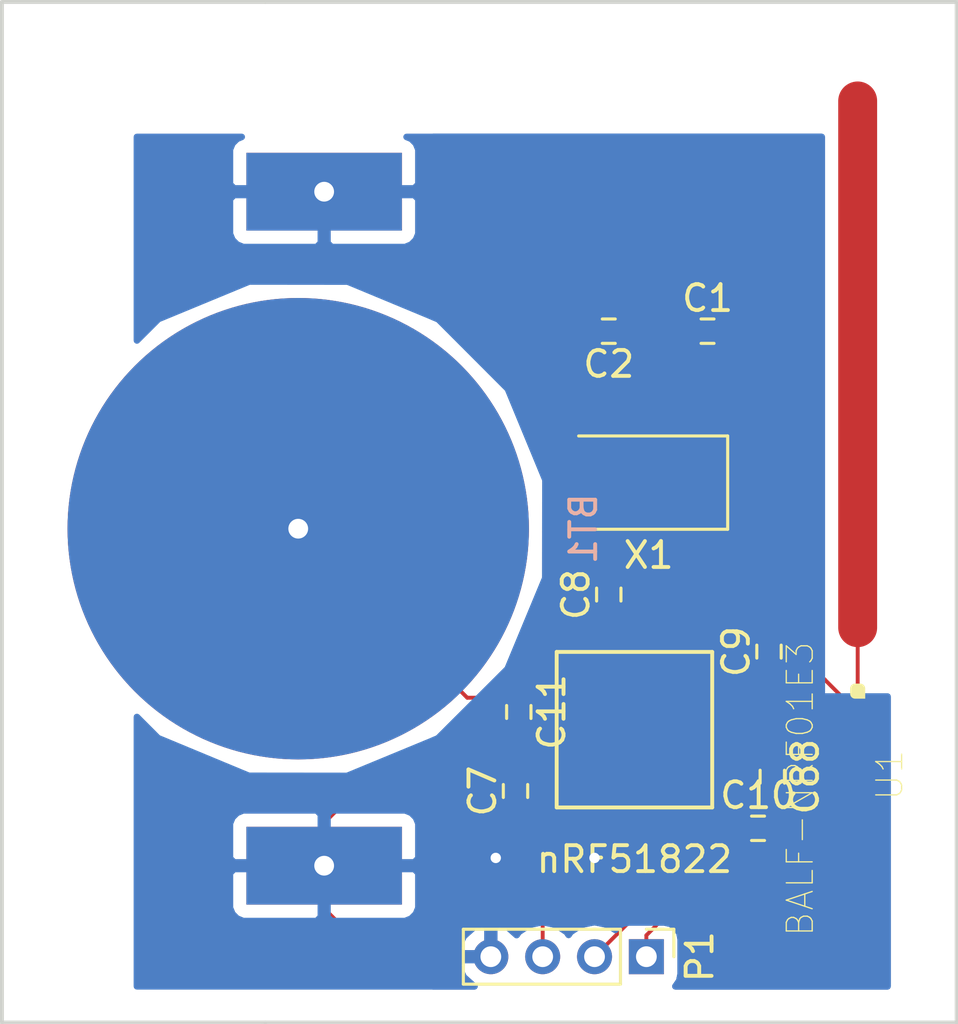
<source format=kicad_pcb>
(kicad_pcb (version 4) (host pcbnew 4.0.5)

  (general
    (links 34)
    (no_connects 4)
    (area 105.334999 98.984999 142.315001 138.505001)
    (thickness 1.6)
    (drawings 6)
    (tracks 93)
    (zones 0)
    (modules 13)
    (nets 12)
  )

  (page A4)
  (layers
    (0 F.Cu signal)
    (31 B.Cu signal hide)
    (32 B.Adhes user)
    (33 F.Adhes user)
    (34 B.Paste user)
    (35 F.Paste user)
    (36 B.SilkS user)
    (37 F.SilkS user)
    (38 B.Mask user)
    (39 F.Mask user)
    (40 Dwgs.User user)
    (41 Cmts.User user)
    (42 Eco1.User user)
    (43 Eco2.User user)
    (44 Edge.Cuts user)
    (45 Margin user)
    (46 B.CrtYd user)
    (47 F.CrtYd user)
    (48 B.Fab user)
    (49 F.Fab user hide)
  )

  (setup
    (last_trace_width 0.15)
    (trace_clearance 0.2)
    (zone_clearance 0.508)
    (zone_45_only no)
    (trace_min 0.0254)
    (segment_width 0.2)
    (edge_width 0.15)
    (via_size 0.6)
    (via_drill 0.4)
    (via_min_size 0.4)
    (via_min_drill 0.3)
    (uvia_size 0.3)
    (uvia_drill 0.1)
    (uvias_allowed no)
    (uvia_min_size 0.2)
    (uvia_min_drill 0.1)
    (pcb_text_width 0.3)
    (pcb_text_size 1.5 1.5)
    (mod_edge_width 0.15)
    (mod_text_size 1 1)
    (mod_text_width 0.15)
    (pad_size 1.524 1.524)
    (pad_drill 0.762)
    (pad_to_mask_clearance 0.2)
    (aux_axis_origin 0 0)
    (visible_elements FFFFFF7F)
    (pcbplotparams
      (layerselection 0x00030_80000001)
      (usegerberextensions false)
      (excludeedgelayer true)
      (linewidth 0.100000)
      (plotframeref false)
      (viasonmask false)
      (mode 1)
      (useauxorigin false)
      (hpglpennumber 1)
      (hpglpenspeed 20)
      (hpglpendiameter 15)
      (hpglpenoverlay 2)
      (psnegative false)
      (psa4output false)
      (plotreference true)
      (plotvalue true)
      (plotinvisibletext false)
      (padsonsilk false)
      (subtractmaskfromsilk false)
      (outputformat 1)
      (mirror false)
      (drillshape 1)
      (scaleselection 1)
      (outputdirectory ""))
  )

  (net 0 "")
  (net 1 VCC)
  (net 2 GND)
  (net 3 "Net-(C1-Pad2)")
  (net 4 "Net-(C2-Pad2)")
  (net 5 "Net-(C8-Pad1)")
  (net 6 "Net-(C10-Pad1)")
  (net 7 "Net-(C88-Pad1)")
  (net 8 "Net-(P1-Pad2)")
  (net 9 "Net-(P1-Pad1)")
  (net 10 "Net-(U1-Pad4)")
  (net 11 "Net-(U1-Pad3)")

  (net_class Default "Esta é a classe de net default."
    (clearance 0.2)
    (trace_width 0.15)
    (via_dia 0.6)
    (via_drill 0.4)
    (uvia_dia 0.3)
    (uvia_drill 0.1)
    (add_net GND)
    (add_net "Net-(C1-Pad2)")
    (add_net "Net-(C10-Pad1)")
    (add_net "Net-(C2-Pad2)")
    (add_net "Net-(C8-Pad1)")
    (add_net "Net-(C88-Pad1)")
    (add_net "Net-(P1-Pad1)")
    (add_net "Net-(P1-Pad2)")
    (add_net "Net-(U1-Pad3)")
    (add_net "Net-(U1-Pad4)")
    (add_net VCC)
  )

  (module nrf51822:cr2032_bat_holder (layer B.Cu) (tedit 592B38B1) (tstamp 592B46D8)
    (at 116.84 119.38 270)
    (path /59275B2B)
    (fp_text reference BT1 (at 0 -11 270) (layer B.SilkS)
      (effects (font (size 1 1) (thickness 0.15)) (justify mirror))
    )
    (fp_text value Battery (at 0 11 270) (layer B.Fab)
      (effects (font (size 1 1) (thickness 0.15)) (justify mirror))
    )
    (pad 1 thru_hole circle (at 0 0 270) (size 17.8 17.8) (drill 0.762) (layers *.Cu B.Paste B.Mask)
      (net 1 VCC))
    (pad 2 thru_hole rect (at -13 -1 270) (size 3 6) (drill 0.762) (layers *.Cu B.Paste B.Mask)
      (net 2 GND))
    (pad 2 thru_hole rect (at 13 -1 270) (size 3 6) (drill 0.762) (layers *.Cu B.Paste B.Mask)
      (net 2 GND))
  )

  (module Capacitors_SMD:C_0402 (layer F.Cu) (tedit 58AA841A) (tstamp 592B46DE)
    (at 132.63 111.76)
    (descr "Capacitor SMD 0402, reflow soldering, AVX (see smccp.pdf)")
    (tags "capacitor 0402")
    (path /5926CB56)
    (attr smd)
    (fp_text reference C1 (at 0 -1.27) (layer F.SilkS)
      (effects (font (size 1 1) (thickness 0.15)))
    )
    (fp_text value C_Small (at 0 1.27) (layer F.Fab)
      (effects (font (size 1 1) (thickness 0.15)))
    )
    (fp_text user %R (at 0 -1.27) (layer F.Fab)
      (effects (font (size 1 1) (thickness 0.15)))
    )
    (fp_line (start -0.5 0.25) (end -0.5 -0.25) (layer F.Fab) (width 0.1))
    (fp_line (start 0.5 0.25) (end -0.5 0.25) (layer F.Fab) (width 0.1))
    (fp_line (start 0.5 -0.25) (end 0.5 0.25) (layer F.Fab) (width 0.1))
    (fp_line (start -0.5 -0.25) (end 0.5 -0.25) (layer F.Fab) (width 0.1))
    (fp_line (start 0.25 -0.47) (end -0.25 -0.47) (layer F.SilkS) (width 0.12))
    (fp_line (start -0.25 0.47) (end 0.25 0.47) (layer F.SilkS) (width 0.12))
    (fp_line (start -1 -0.4) (end 1 -0.4) (layer F.CrtYd) (width 0.05))
    (fp_line (start -1 -0.4) (end -1 0.4) (layer F.CrtYd) (width 0.05))
    (fp_line (start 1 0.4) (end 1 -0.4) (layer F.CrtYd) (width 0.05))
    (fp_line (start 1 0.4) (end -1 0.4) (layer F.CrtYd) (width 0.05))
    (pad 1 smd rect (at -0.55 0) (size 0.6 0.5) (layers F.Cu F.Paste F.Mask)
      (net 2 GND))
    (pad 2 smd rect (at 0.55 0) (size 0.6 0.5) (layers F.Cu F.Paste F.Mask)
      (net 3 "Net-(C1-Pad2)"))
    (model Capacitors_SMD.3dshapes/C_0402.wrl
      (at (xyz 0 0 0))
      (scale (xyz 1 1 1))
      (rotate (xyz 0 0 0))
    )
  )

  (module Capacitors_SMD:C_0402 (layer F.Cu) (tedit 58AA841A) (tstamp 592B46E4)
    (at 128.82 111.76 180)
    (descr "Capacitor SMD 0402, reflow soldering, AVX (see smccp.pdf)")
    (tags "capacitor 0402")
    (path /5926CAEB)
    (attr smd)
    (fp_text reference C2 (at 0 -1.27 180) (layer F.SilkS)
      (effects (font (size 1 1) (thickness 0.15)))
    )
    (fp_text value C_Small (at 0 1.27 180) (layer F.Fab)
      (effects (font (size 1 1) (thickness 0.15)))
    )
    (fp_text user %R (at 0 -1.27 180) (layer F.Fab)
      (effects (font (size 1 1) (thickness 0.15)))
    )
    (fp_line (start -0.5 0.25) (end -0.5 -0.25) (layer F.Fab) (width 0.1))
    (fp_line (start 0.5 0.25) (end -0.5 0.25) (layer F.Fab) (width 0.1))
    (fp_line (start 0.5 -0.25) (end 0.5 0.25) (layer F.Fab) (width 0.1))
    (fp_line (start -0.5 -0.25) (end 0.5 -0.25) (layer F.Fab) (width 0.1))
    (fp_line (start 0.25 -0.47) (end -0.25 -0.47) (layer F.SilkS) (width 0.12))
    (fp_line (start -0.25 0.47) (end 0.25 0.47) (layer F.SilkS) (width 0.12))
    (fp_line (start -1 -0.4) (end 1 -0.4) (layer F.CrtYd) (width 0.05))
    (fp_line (start -1 -0.4) (end -1 0.4) (layer F.CrtYd) (width 0.05))
    (fp_line (start 1 0.4) (end 1 -0.4) (layer F.CrtYd) (width 0.05))
    (fp_line (start 1 0.4) (end -1 0.4) (layer F.CrtYd) (width 0.05))
    (pad 1 smd rect (at -0.55 0 180) (size 0.6 0.5) (layers F.Cu F.Paste F.Mask)
      (net 2 GND))
    (pad 2 smd rect (at 0.55 0 180) (size 0.6 0.5) (layers F.Cu F.Paste F.Mask)
      (net 4 "Net-(C2-Pad2)"))
    (model Capacitors_SMD.3dshapes/C_0402.wrl
      (at (xyz 0 0 0))
      (scale (xyz 1 1 1))
      (rotate (xyz 0 0 0))
    )
  )

  (module Capacitors_SMD:C_0402 (layer F.Cu) (tedit 58AA841A) (tstamp 592B46EA)
    (at 125.222 129.498 90)
    (descr "Capacitor SMD 0402, reflow soldering, AVX (see smccp.pdf)")
    (tags "capacitor 0402")
    (path /5926237A)
    (attr smd)
    (fp_text reference C7 (at 0 -1.27 90) (layer F.SilkS)
      (effects (font (size 1 1) (thickness 0.15)))
    )
    (fp_text value C_Small (at 0 1.27 90) (layer F.Fab)
      (effects (font (size 1 1) (thickness 0.15)))
    )
    (fp_text user %R (at 0 -1.27 90) (layer F.Fab)
      (effects (font (size 1 1) (thickness 0.15)))
    )
    (fp_line (start -0.5 0.25) (end -0.5 -0.25) (layer F.Fab) (width 0.1))
    (fp_line (start 0.5 0.25) (end -0.5 0.25) (layer F.Fab) (width 0.1))
    (fp_line (start 0.5 -0.25) (end 0.5 0.25) (layer F.Fab) (width 0.1))
    (fp_line (start -0.5 -0.25) (end 0.5 -0.25) (layer F.Fab) (width 0.1))
    (fp_line (start 0.25 -0.47) (end -0.25 -0.47) (layer F.SilkS) (width 0.12))
    (fp_line (start -0.25 0.47) (end 0.25 0.47) (layer F.SilkS) (width 0.12))
    (fp_line (start -1 -0.4) (end 1 -0.4) (layer F.CrtYd) (width 0.05))
    (fp_line (start -1 -0.4) (end -1 0.4) (layer F.CrtYd) (width 0.05))
    (fp_line (start 1 0.4) (end 1 -0.4) (layer F.CrtYd) (width 0.05))
    (fp_line (start 1 0.4) (end -1 0.4) (layer F.CrtYd) (width 0.05))
    (pad 1 smd rect (at -0.55 0 90) (size 0.6 0.5) (layers F.Cu F.Paste F.Mask)
      (net 2 GND))
    (pad 2 smd rect (at 0.55 0 90) (size 0.6 0.5) (layers F.Cu F.Paste F.Mask)
      (net 1 VCC))
    (model Capacitors_SMD.3dshapes/C_0402.wrl
      (at (xyz 0 0 0))
      (scale (xyz 1 1 1))
      (rotate (xyz 0 0 0))
    )
  )

  (module Capacitors_SMD:C_0402 (layer F.Cu) (tedit 58AA841A) (tstamp 592B46F0)
    (at 128.82 121.92 90)
    (descr "Capacitor SMD 0402, reflow soldering, AVX (see smccp.pdf)")
    (tags "capacitor 0402")
    (path /5926D284)
    (attr smd)
    (fp_text reference C8 (at 0 -1.27 90) (layer F.SilkS)
      (effects (font (size 1 1) (thickness 0.15)))
    )
    (fp_text value C_Small (at 0 1.27 90) (layer F.Fab)
      (effects (font (size 1 1) (thickness 0.15)))
    )
    (fp_text user %R (at 0 -1.27 90) (layer F.Fab)
      (effects (font (size 1 1) (thickness 0.15)))
    )
    (fp_line (start -0.5 0.25) (end -0.5 -0.25) (layer F.Fab) (width 0.1))
    (fp_line (start 0.5 0.25) (end -0.5 0.25) (layer F.Fab) (width 0.1))
    (fp_line (start 0.5 -0.25) (end 0.5 0.25) (layer F.Fab) (width 0.1))
    (fp_line (start -0.5 -0.25) (end 0.5 -0.25) (layer F.Fab) (width 0.1))
    (fp_line (start 0.25 -0.47) (end -0.25 -0.47) (layer F.SilkS) (width 0.12))
    (fp_line (start -0.25 0.47) (end 0.25 0.47) (layer F.SilkS) (width 0.12))
    (fp_line (start -1 -0.4) (end 1 -0.4) (layer F.CrtYd) (width 0.05))
    (fp_line (start -1 -0.4) (end -1 0.4) (layer F.CrtYd) (width 0.05))
    (fp_line (start 1 0.4) (end 1 -0.4) (layer F.CrtYd) (width 0.05))
    (fp_line (start 1 0.4) (end -1 0.4) (layer F.CrtYd) (width 0.05))
    (pad 1 smd rect (at -0.55 0 90) (size 0.6 0.5) (layers F.Cu F.Paste F.Mask)
      (net 5 "Net-(C8-Pad1)"))
    (pad 2 smd rect (at 0.55 0 90) (size 0.6 0.5) (layers F.Cu F.Paste F.Mask)
      (net 2 GND))
    (model Capacitors_SMD.3dshapes/C_0402.wrl
      (at (xyz 0 0 0))
      (scale (xyz 1 1 1))
      (rotate (xyz 0 0 0))
    )
  )

  (module Capacitors_SMD:C_0402 (layer F.Cu) (tedit 58AA841A) (tstamp 592B46F6)
    (at 135.001 124.121 90)
    (descr "Capacitor SMD 0402, reflow soldering, AVX (see smccp.pdf)")
    (tags "capacitor 0402")
    (path /59263F78)
    (attr smd)
    (fp_text reference C9 (at 0 -1.27 90) (layer F.SilkS)
      (effects (font (size 1 1) (thickness 0.15)))
    )
    (fp_text value C_Small (at 0 1.27 90) (layer F.Fab)
      (effects (font (size 1 1) (thickness 0.15)))
    )
    (fp_text user %R (at 0 -1.27 90) (layer F.Fab)
      (effects (font (size 1 1) (thickness 0.15)))
    )
    (fp_line (start -0.5 0.25) (end -0.5 -0.25) (layer F.Fab) (width 0.1))
    (fp_line (start 0.5 0.25) (end -0.5 0.25) (layer F.Fab) (width 0.1))
    (fp_line (start 0.5 -0.25) (end 0.5 0.25) (layer F.Fab) (width 0.1))
    (fp_line (start -0.5 -0.25) (end 0.5 -0.25) (layer F.Fab) (width 0.1))
    (fp_line (start 0.25 -0.47) (end -0.25 -0.47) (layer F.SilkS) (width 0.12))
    (fp_line (start -0.25 0.47) (end 0.25 0.47) (layer F.SilkS) (width 0.12))
    (fp_line (start -1 -0.4) (end 1 -0.4) (layer F.CrtYd) (width 0.05))
    (fp_line (start -1 -0.4) (end -1 0.4) (layer F.CrtYd) (width 0.05))
    (fp_line (start 1 0.4) (end 1 -0.4) (layer F.CrtYd) (width 0.05))
    (fp_line (start 1 0.4) (end -1 0.4) (layer F.CrtYd) (width 0.05))
    (pad 1 smd rect (at -0.55 0 90) (size 0.6 0.5) (layers F.Cu F.Paste F.Mask)
      (net 1 VCC))
    (pad 2 smd rect (at 0.55 0 90) (size 0.6 0.5) (layers F.Cu F.Paste F.Mask)
      (net 2 GND))
    (model Capacitors_SMD.3dshapes/C_0402.wrl
      (at (xyz 0 0 0))
      (scale (xyz 1 1 1))
      (rotate (xyz 0 0 0))
    )
  )

  (module Capacitors_SMD:C_0402 (layer F.Cu) (tedit 58AA841A) (tstamp 592B46FC)
    (at 134.578 130.937)
    (descr "Capacitor SMD 0402, reflow soldering, AVX (see smccp.pdf)")
    (tags "capacitor 0402")
    (path /59262E37)
    (attr smd)
    (fp_text reference C10 (at 0 -1.27) (layer F.SilkS)
      (effects (font (size 1 1) (thickness 0.15)))
    )
    (fp_text value C_Small (at 0 1.27) (layer F.Fab)
      (effects (font (size 1 1) (thickness 0.15)))
    )
    (fp_text user %R (at 0 -1.27) (layer F.Fab)
      (effects (font (size 1 1) (thickness 0.15)))
    )
    (fp_line (start -0.5 0.25) (end -0.5 -0.25) (layer F.Fab) (width 0.1))
    (fp_line (start 0.5 0.25) (end -0.5 0.25) (layer F.Fab) (width 0.1))
    (fp_line (start 0.5 -0.25) (end 0.5 0.25) (layer F.Fab) (width 0.1))
    (fp_line (start -0.5 -0.25) (end 0.5 -0.25) (layer F.Fab) (width 0.1))
    (fp_line (start 0.25 -0.47) (end -0.25 -0.47) (layer F.SilkS) (width 0.12))
    (fp_line (start -0.25 0.47) (end 0.25 0.47) (layer F.SilkS) (width 0.12))
    (fp_line (start -1 -0.4) (end 1 -0.4) (layer F.CrtYd) (width 0.05))
    (fp_line (start -1 -0.4) (end -1 0.4) (layer F.CrtYd) (width 0.05))
    (fp_line (start 1 0.4) (end 1 -0.4) (layer F.CrtYd) (width 0.05))
    (fp_line (start 1 0.4) (end -1 0.4) (layer F.CrtYd) (width 0.05))
    (pad 1 smd rect (at -0.55 0) (size 0.6 0.5) (layers F.Cu F.Paste F.Mask)
      (net 6 "Net-(C10-Pad1)"))
    (pad 2 smd rect (at 0.55 0) (size 0.6 0.5) (layers F.Cu F.Paste F.Mask)
      (net 2 GND))
    (model Capacitors_SMD.3dshapes/C_0402.wrl
      (at (xyz 0 0 0))
      (scale (xyz 1 1 1))
      (rotate (xyz 0 0 0))
    )
  )

  (module Capacitors_SMD:C_0402 (layer F.Cu) (tedit 58AA841A) (tstamp 592B4702)
    (at 125.349 126.45 270)
    (descr "Capacitor SMD 0402, reflow soldering, AVX (see smccp.pdf)")
    (tags "capacitor 0402")
    (path /592628AF)
    (attr smd)
    (fp_text reference C11 (at 0 -1.27 270) (layer F.SilkS)
      (effects (font (size 1 1) (thickness 0.15)))
    )
    (fp_text value C_Small (at 0 1.27 270) (layer F.Fab)
      (effects (font (size 1 1) (thickness 0.15)))
    )
    (fp_text user %R (at 0 -1.27 270) (layer F.Fab)
      (effects (font (size 1 1) (thickness 0.15)))
    )
    (fp_line (start -0.5 0.25) (end -0.5 -0.25) (layer F.Fab) (width 0.1))
    (fp_line (start 0.5 0.25) (end -0.5 0.25) (layer F.Fab) (width 0.1))
    (fp_line (start 0.5 -0.25) (end 0.5 0.25) (layer F.Fab) (width 0.1))
    (fp_line (start -0.5 -0.25) (end 0.5 -0.25) (layer F.Fab) (width 0.1))
    (fp_line (start 0.25 -0.47) (end -0.25 -0.47) (layer F.SilkS) (width 0.12))
    (fp_line (start -0.25 0.47) (end 0.25 0.47) (layer F.SilkS) (width 0.12))
    (fp_line (start -1 -0.4) (end 1 -0.4) (layer F.CrtYd) (width 0.05))
    (fp_line (start -1 -0.4) (end -1 0.4) (layer F.CrtYd) (width 0.05))
    (fp_line (start 1 0.4) (end 1 -0.4) (layer F.CrtYd) (width 0.05))
    (fp_line (start 1 0.4) (end -1 0.4) (layer F.CrtYd) (width 0.05))
    (pad 1 smd rect (at -0.55 0 270) (size 0.6 0.5) (layers F.Cu F.Paste F.Mask)
      (net 1 VCC))
    (pad 2 smd rect (at 0.55 0 270) (size 0.6 0.5) (layers F.Cu F.Paste F.Mask)
      (net 2 GND))
    (model Capacitors_SMD.3dshapes/C_0402.wrl
      (at (xyz 0 0 0))
      (scale (xyz 1 1 1))
      (rotate (xyz 0 0 0))
    )
  )

  (module Capacitors_SMD:C_0402 (layer F.Cu) (tedit 58AA841A) (tstamp 592B4708)
    (at 135.128 128.947 270)
    (descr "Capacitor SMD 0402, reflow soldering, AVX (see smccp.pdf)")
    (tags "capacitor 0402")
    (path /59262F55)
    (attr smd)
    (fp_text reference C88 (at 0 -1.27 270) (layer F.SilkS)
      (effects (font (size 1 1) (thickness 0.15)))
    )
    (fp_text value C_Small (at 0 1.27 270) (layer F.Fab)
      (effects (font (size 1 1) (thickness 0.15)))
    )
    (fp_text user %R (at 0 -1.27 270) (layer F.Fab)
      (effects (font (size 1 1) (thickness 0.15)))
    )
    (fp_line (start -0.5 0.25) (end -0.5 -0.25) (layer F.Fab) (width 0.1))
    (fp_line (start 0.5 0.25) (end -0.5 0.25) (layer F.Fab) (width 0.1))
    (fp_line (start 0.5 -0.25) (end 0.5 0.25) (layer F.Fab) (width 0.1))
    (fp_line (start -0.5 -0.25) (end 0.5 -0.25) (layer F.Fab) (width 0.1))
    (fp_line (start 0.25 -0.47) (end -0.25 -0.47) (layer F.SilkS) (width 0.12))
    (fp_line (start -0.25 0.47) (end 0.25 0.47) (layer F.SilkS) (width 0.12))
    (fp_line (start -1 -0.4) (end 1 -0.4) (layer F.CrtYd) (width 0.05))
    (fp_line (start -1 -0.4) (end -1 0.4) (layer F.CrtYd) (width 0.05))
    (fp_line (start 1 0.4) (end 1 -0.4) (layer F.CrtYd) (width 0.05))
    (fp_line (start 1 0.4) (end -1 0.4) (layer F.CrtYd) (width 0.05))
    (pad 1 smd rect (at -0.55 0 270) (size 0.6 0.5) (layers F.Cu F.Paste F.Mask)
      (net 7 "Net-(C88-Pad1)"))
    (pad 2 smd rect (at 0.55 0 270) (size 0.6 0.5) (layers F.Cu F.Paste F.Mask)
      (net 2 GND))
    (model Capacitors_SMD.3dshapes/C_0402.wrl
      (at (xyz 0 0 0))
      (scale (xyz 1 1 1))
      (rotate (xyz 0 0 0))
    )
  )

  (module nrf51822:nRF51822 (layer F.Cu) (tedit 5928B55F) (tstamp 592B473C)
    (at 129.81 127.133)
    (path /5926221C)
    (fp_text reference nRF51822 (at 0 5) (layer F.SilkS)
      (effects (font (size 1 1) (thickness 0.15)))
    )
    (fp_text value nRF51822 (at 0 -4) (layer F.Fab)
      (effects (font (size 1 1) (thickness 0.15)))
    )
    (fp_line (start -3 3) (end -3 -3) (layer F.SilkS) (width 0.15))
    (fp_line (start 3 3) (end -3 3) (layer F.SilkS) (width 0.15))
    (fp_line (start 3 -3) (end 3 3) (layer F.SilkS) (width 0.15))
    (fp_line (start -3 -3) (end 3 -3) (layer F.SilkS) (width 0.15))
    (pad 1 smd oval (at -2.8 -2.2 90) (size 0.2 0.4) (layers F.Cu F.Paste F.Mask)
      (net 1 VCC))
    (pad 2 smd oval (at -2.8 -1.8 90) (size 0.2 0.4) (layers F.Cu F.Paste F.Mask))
    (pad 3 smd oval (at -2.8 -1.4 90) (size 0.2 0.4) (layers F.Cu F.Paste F.Mask))
    (pad 4 smd oval (at -2.8 -1 90) (size 0.2 0.4) (layers F.Cu F.Paste F.Mask))
    (pad 5 smd oval (at -2.8 -0.6 90) (size 0.2 0.4) (layers F.Cu F.Paste F.Mask))
    (pad 6 smd oval (at -2.8 -0.2 90) (size 0.2 0.4) (layers F.Cu F.Paste F.Mask))
    (pad 7 smd oval (at -2.8 0.2 270) (size 0.2 0.4) (layers F.Cu F.Paste F.Mask))
    (pad 8 smd oval (at -2.8 0.6 90) (size 0.2 0.4) (layers F.Cu F.Paste F.Mask))
    (pad 9 smd oval (at -2.8 1 90) (size 0.2 0.4) (layers F.Cu F.Paste F.Mask))
    (pad 10 smd oval (at -2.8 1.4 90) (size 0.2 0.4) (layers F.Cu F.Paste F.Mask))
    (pad 11 smd oval (at -2.8 1.8 90) (size 0.2 0.4) (layers F.Cu F.Paste F.Mask))
    (pad 12 smd oval (at -2.8 2.2 90) (size 0.2 0.4) (layers F.Cu F.Paste F.Mask)
      (net 1 VCC))
    (pad 13 smd oval (at -2.2 2.8 180) (size 0.2 0.4) (layers F.Cu F.Paste F.Mask)
      (net 2 GND))
    (pad 14 smd oval (at -1.8 2.8 180) (size 0.2 0.4) (layers F.Cu F.Paste F.Mask))
    (pad 15 smd oval (at -1.4 2.8 180) (size 0.2 0.4) (layers F.Cu F.Paste F.Mask))
    (pad 16 smd oval (at -1 2.8 180) (size 0.2 0.4) (layers F.Cu F.Paste F.Mask))
    (pad 17 smd oval (at -0.6 2.8 180) (size 0.2 0.4) (layers F.Cu F.Paste F.Mask))
    (pad 18 smd oval (at -0.2 2.8 180) (size 0.2 0.4) (layers F.Cu F.Paste F.Mask))
    (pad 19 smd oval (at 0.2 2.8 180) (size 0.2 0.4) (layers F.Cu F.Paste F.Mask))
    (pad 20 smd oval (at 0.6 2.8 180) (size 0.2 0.4) (layers F.Cu F.Paste F.Mask))
    (pad 21 smd oval (at 1 2.8 180) (size 0.2 0.4) (layers F.Cu F.Paste F.Mask))
    (pad 22 smd oval (at 1.4 2.8 180) (size 0.2 0.4) (layers F.Cu F.Paste F.Mask))
    (pad 23 smd oval (at 1.8 2.8 180) (size 0.2 0.4) (layers F.Cu F.Paste F.Mask)
      (net 8 "Net-(P1-Pad2)"))
    (pad 24 smd oval (at 2.2 2.8 180) (size 0.2 0.4) (layers F.Cu F.Paste F.Mask)
      (net 9 "Net-(P1-Pad1)"))
    (pad 25 smd oval (at 2.8 2.2 90) (size 0.2 0.4) (layers F.Cu F.Paste F.Mask))
    (pad 26 smd oval (at 2.8 1.8 90) (size 0.2 0.4) (layers F.Cu F.Paste F.Mask))
    (pad 27 smd oval (at 2.8 1.4 90) (size 0.2 0.4) (layers F.Cu F.Paste F.Mask))
    (pad 28 smd oval (at 2.8 1 90) (size 0.2 0.4) (layers F.Cu F.Paste F.Mask))
    (pad 29 smd oval (at 2.8 0.6 90) (size 0.2 0.4) (layers F.Cu F.Paste F.Mask)
      (net 6 "Net-(C10-Pad1)"))
    (pad 30 smd oval (at 2.8 0.2 90) (size 0.2 0.4) (layers F.Cu F.Paste F.Mask)
      (net 7 "Net-(C88-Pad1)"))
    (pad 31 smd oval (at 2.8 -0.2 90) (size 0.2 0.4) (layers F.Cu F.Paste F.Mask)
      (net 10 "Net-(U1-Pad4)"))
    (pad 32 smd oval (at 2.8 -0.6 90) (size 0.2 0.4) (layers F.Cu F.Paste F.Mask)
      (net 11 "Net-(U1-Pad3)"))
    (pad 33 smd oval (at 2.8 -1 90) (size 0.2 0.4) (layers F.Cu F.Paste F.Mask)
      (net 2 GND))
    (pad 34 smd oval (at 2.8 -1.4 90) (size 0.2 0.4) (layers F.Cu F.Paste F.Mask)
      (net 2 GND))
    (pad 35 smd oval (at 2.8 -1.8 90) (size 0.2 0.4) (layers F.Cu F.Paste F.Mask)
      (net 1 VCC))
    (pad 36 smd oval (at 2.8 -2.2 90) (size 0.2 0.4) (layers F.Cu F.Paste F.Mask)
      (net 1 VCC))
    (pad 37 smd oval (at 2.2 -2.8 180) (size 0.2 0.4) (layers F.Cu F.Paste F.Mask)
      (net 3 "Net-(C1-Pad2)"))
    (pad 38 smd oval (at 1.8 -2.8 180) (size 0.2 0.4) (layers F.Cu F.Paste F.Mask)
      (net 4 "Net-(C2-Pad2)"))
    (pad 39 smd oval (at 1.4 -2.8 180) (size 0.2 0.4) (layers F.Cu F.Paste F.Mask)
      (net 5 "Net-(C8-Pad1)"))
    (pad 40 smd oval (at 1 -2.8 180) (size 0.2 0.4) (layers F.Cu F.Paste F.Mask))
    (pad 41 smd oval (at 0.6 -2.8 180) (size 0.2 0.4) (layers F.Cu F.Paste F.Mask))
    (pad 42 smd oval (at 0.2 -2.8 180) (size 0.2 0.4) (layers F.Cu F.Paste F.Mask))
    (pad 43 smd oval (at -0.2 -2.8 180) (size 0.2 0.4) (layers F.Cu F.Paste F.Mask))
    (pad 44 smd oval (at -0.6 -2.8 180) (size 0.2 0.4) (layers F.Cu F.Paste F.Mask))
    (pad 45 smd oval (at -1 -2.8 180) (size 0.2 0.4) (layers F.Cu F.Paste F.Mask))
    (pad 46 smd oval (at -1.4 -2.8 180) (size 0.2 0.4) (layers F.Cu F.Paste F.Mask))
    (pad 47 smd oval (at -1.8 -2.8 180) (size 0.2 0.4) (layers F.Cu F.Paste F.Mask))
    (pad 48 smd oval (at -2.2 -2.8 180) (size 0.2 0.4) (layers F.Cu F.Paste F.Mask))
  )

  (module Pin_Headers:Pin_Header_Straight_1x04_Pitch2.00mm (layer F.Cu) (tedit 58CD4EC9) (tstamp 592B4744)
    (at 130.27 135.89 270)
    (descr "Through hole straight pin header, 1x04, 2.00mm pitch, single row")
    (tags "Through hole pin header THT 1x04 2.00mm single row")
    (path /59291D84)
    (fp_text reference P1 (at 0 -2.06 270) (layer F.SilkS)
      (effects (font (size 1 1) (thickness 0.15)))
    )
    (fp_text value CONN_01X04 (at 0 8.06 270) (layer F.Fab)
      (effects (font (size 1 1) (thickness 0.15)))
    )
    (fp_line (start -1 -1) (end -1 7) (layer F.Fab) (width 0.1))
    (fp_line (start -1 7) (end 1 7) (layer F.Fab) (width 0.1))
    (fp_line (start 1 7) (end 1 -1) (layer F.Fab) (width 0.1))
    (fp_line (start 1 -1) (end -1 -1) (layer F.Fab) (width 0.1))
    (fp_line (start -1.06 1) (end -1.06 7.06) (layer F.SilkS) (width 0.12))
    (fp_line (start -1.06 7.06) (end 1.06 7.06) (layer F.SilkS) (width 0.12))
    (fp_line (start 1.06 7.06) (end 1.06 1) (layer F.SilkS) (width 0.12))
    (fp_line (start 1.06 1) (end -1.06 1) (layer F.SilkS) (width 0.12))
    (fp_line (start -1.06 0) (end -1.06 -1.06) (layer F.SilkS) (width 0.12))
    (fp_line (start -1.06 -1.06) (end 0 -1.06) (layer F.SilkS) (width 0.12))
    (fp_line (start -1.5 -1.5) (end -1.5 7.5) (layer F.CrtYd) (width 0.05))
    (fp_line (start -1.5 7.5) (end 1.5 7.5) (layer F.CrtYd) (width 0.05))
    (fp_line (start 1.5 7.5) (end 1.5 -1.5) (layer F.CrtYd) (width 0.05))
    (fp_line (start 1.5 -1.5) (end -1.5 -1.5) (layer F.CrtYd) (width 0.05))
    (fp_text user %R (at 0 -2.06 270) (layer F.Fab)
      (effects (font (size 1 1) (thickness 0.15)))
    )
    (pad 1 thru_hole rect (at 0 0 270) (size 1.35 1.35) (drill 0.8) (layers *.Cu *.Mask)
      (net 9 "Net-(P1-Pad1)"))
    (pad 2 thru_hole oval (at 0 2 270) (size 1.35 1.35) (drill 0.8) (layers *.Cu *.Mask)
      (net 8 "Net-(P1-Pad2)"))
    (pad 3 thru_hole oval (at 0 4 270) (size 1.35 1.35) (drill 0.8) (layers *.Cu *.Mask)
      (net 1 VCC))
    (pad 4 thru_hole oval (at 0 6 270) (size 1.35 1.35) (drill 0.8) (layers *.Cu *.Mask)
      (net 2 GND))
    (model ${KISYS3DMOD}/Pin_Headers.3dshapes/Pin_Header_Straight_1x04_Pitch2.00mm.wrl
      (at (xyz 0 0 0))
      (scale (xyz 1 1 1))
      (rotate (xyz 0 0 0))
    )
  )

  (module BALF-NRF01E3:LGA6S60X50P2X3_100X150X48 (layer F.Cu) (tedit 0) (tstamp 592B474E)
    (at 137.922 126.746 270)
    (path /592AEE8B)
    (attr smd)
    (fp_text reference U1 (at 2.14 -1.735 270) (layer F.SilkS)
      (effects (font (size 1 1) (thickness 0.05)))
    )
    (fp_text value BALF-NRF01E3 (at 2.675 1.715 270) (layer F.SilkS)
      (effects (font (size 1 1) (thickness 0.05)))
    )
    (fp_poly (pts (xy -0.65 -0.65) (xy -0.2 -0.65) (xy -0.2 -0.35) (xy -0.65 -0.35)) (layer F.Mask) (width 0.381))
    (fp_poly (pts (xy 0.2 -0.65) (xy 0.65 -0.65) (xy 0.65 -0.35) (xy 0.2 -0.35)) (layer F.Mask) (width 0.381))
    (fp_poly (pts (xy -0.65 -0.15) (xy -0.2 -0.15) (xy -0.2 0.15) (xy -0.65 0.15)) (layer F.Mask) (width 0.381))
    (fp_poly (pts (xy 0.2 -0.15) (xy 0.65 -0.15) (xy 0.65 0.15) (xy 0.2 0.15)) (layer F.Mask) (width 0.381))
    (fp_poly (pts (xy -0.65 0.35) (xy -0.2 0.35) (xy -0.2 0.65) (xy -0.65 0.65)) (layer F.Mask) (width 0.381))
    (fp_poly (pts (xy 0.2 0.35) (xy 0.65 0.35) (xy 0.65 0.65) (xy 0.2 0.65)) (layer F.Mask) (width 0.381))
    (fp_line (start -0.5 -0.75) (end 0.5 -0.75) (layer Dwgs.User) (width 0.127))
    (fp_line (start 0.5 -0.75) (end 0.5 0.75) (layer Dwgs.User) (width 0.127))
    (fp_line (start 0.5 0.75) (end -0.5 0.75) (layer Dwgs.User) (width 0.127))
    (fp_line (start -0.5 0.75) (end -0.5 -0.75) (layer Dwgs.User) (width 0.127))
    (fp_circle (center -1.1 -0.5) (end -0.958581 -0.5) (layer F.SilkS) (width 0.127))
    (fp_poly (pts (xy -1.2 -0.6) (xy -1 -0.6) (xy -1 -0.4) (xy -1.2 -0.4)) (layer F.SilkS) (width 0.381))
    (fp_line (start -1.15 -1.25) (end 1.15 -1.25) (layer Dwgs.User) (width 0.05))
    (fp_line (start 1.15 -1.25) (end 1.15 1.25) (layer Dwgs.User) (width 0.05))
    (fp_line (start 1.15 1.25) (end -1.15 1.25) (layer Dwgs.User) (width 0.05))
    (fp_line (start -1.15 1.25) (end -1.15 -1.25) (layer Dwgs.User) (width 0.05))
    (pad 1 smd rect (at -0.425 -0.5 270) (size 0.4 0.25) (layers F.Cu F.Paste F.Mask))
    (pad 2 smd rect (at -0.425 0 270) (size 0.4 0.25) (layers F.Cu F.Paste F.Mask)
      (net 2 GND))
    (pad 3 smd rect (at -0.425 0.5 270) (size 0.4 0.25) (layers F.Cu F.Paste F.Mask)
      (net 11 "Net-(U1-Pad3)"))
    (pad 4 smd rect (at 0.425 0.5 270) (size 0.4 0.25) (layers F.Cu F.Paste F.Mask)
      (net 10 "Net-(U1-Pad4)"))
    (pad 5 smd rect (at 0.425 0 270) (size 0.4 0.25) (layers F.Cu F.Paste F.Mask)
      (net 7 "Net-(C88-Pad1)"))
    (pad 6 smd rect (at 0.425 -0.5 270) (size 0.4 0.25) (layers F.Cu F.Paste F.Mask))
  )

  (module Crystals:Crystal_SMD_5032-2pin_5.0x3.2mm (layer F.Cu) (tedit 58CD2E9C) (tstamp 592B4754)
    (at 130.357 117.602 180)
    (descr "SMD Crystal SERIES SMD2520/2 http://www.icbase.com/File/PDF/HKC/HKC00061008.pdf, 5.0x3.2mm^2 package")
    (tags "SMD SMT crystal")
    (path /5926C88D)
    (attr smd)
    (fp_text reference X1 (at 0 -2.8 180) (layer F.SilkS)
      (effects (font (size 1 1) (thickness 0.15)))
    )
    (fp_text value Crystal (at 0 2.8 180) (layer F.Fab)
      (effects (font (size 1 1) (thickness 0.15)))
    )
    (fp_text user %R (at 0 0 180) (layer F.Fab)
      (effects (font (size 1 1) (thickness 0.15)))
    )
    (fp_line (start -2.3 -1.6) (end 2.3 -1.6) (layer F.Fab) (width 0.1))
    (fp_line (start 2.3 -1.6) (end 2.5 -1.4) (layer F.Fab) (width 0.1))
    (fp_line (start 2.5 -1.4) (end 2.5 1.4) (layer F.Fab) (width 0.1))
    (fp_line (start 2.5 1.4) (end 2.3 1.6) (layer F.Fab) (width 0.1))
    (fp_line (start 2.3 1.6) (end -2.3 1.6) (layer F.Fab) (width 0.1))
    (fp_line (start -2.3 1.6) (end -2.5 1.4) (layer F.Fab) (width 0.1))
    (fp_line (start -2.5 1.4) (end -2.5 -1.4) (layer F.Fab) (width 0.1))
    (fp_line (start -2.5 -1.4) (end -2.3 -1.6) (layer F.Fab) (width 0.1))
    (fp_line (start -2.5 0.6) (end -1.5 1.6) (layer F.Fab) (width 0.1))
    (fp_line (start 2.7 -1.8) (end -3.05 -1.8) (layer F.SilkS) (width 0.12))
    (fp_line (start -3.05 -1.8) (end -3.05 1.8) (layer F.SilkS) (width 0.12))
    (fp_line (start -3.05 1.8) (end 2.7 1.8) (layer F.SilkS) (width 0.12))
    (fp_line (start -3.1 -1.9) (end -3.1 1.9) (layer F.CrtYd) (width 0.05))
    (fp_line (start -3.1 1.9) (end 3.1 1.9) (layer F.CrtYd) (width 0.05))
    (fp_line (start 3.1 1.9) (end 3.1 -1.9) (layer F.CrtYd) (width 0.05))
    (fp_line (start 3.1 -1.9) (end -3.1 -1.9) (layer F.CrtYd) (width 0.05))
    (fp_circle (center 0 0) (end 0.4 0) (layer F.Adhes) (width 0.1))
    (fp_circle (center 0 0) (end 0.333333 0) (layer F.Adhes) (width 0.133333))
    (fp_circle (center 0 0) (end 0.213333 0) (layer F.Adhes) (width 0.133333))
    (fp_circle (center 0 0) (end 0.093333 0) (layer F.Adhes) (width 0.186667))
    (pad 1 smd rect (at -1.85 0 180) (size 2 2.4) (layers F.Cu F.Paste F.Mask)
      (net 3 "Net-(C1-Pad2)"))
    (pad 2 smd rect (at 1.85 0 180) (size 2 2.4) (layers F.Cu F.Paste F.Mask)
      (net 4 "Net-(C2-Pad2)"))
    (model ${KISYS3DMOD}/Crystals.3dshapes/Crystal_SMD_5032-2pin_5.0x3.2mm.wrl
      (at (xyz 0 0 0))
      (scale (xyz 0.393701 0.393701 0.393701))
      (rotate (xyz 0 0 0))
    )
  )

  (gr_line (start 105.41 138.43) (end 115.57 138.43) (layer Edge.Cuts) (width 0.15))
  (gr_line (start 115.57 99.06) (end 105.41 99.06) (layer Edge.Cuts) (width 0.15))
  (gr_line (start 142.24 138.43) (end 142.24 99.06) (layer Edge.Cuts) (width 0.15))
  (gr_line (start 115.57 138.43) (end 142.24 138.43) (layer Edge.Cuts) (width 0.15))
  (gr_line (start 105.41 99.06) (end 105.41 138.43) (layer Edge.Cuts) (width 0.15))
  (gr_line (start 142.24 99.06) (end 115.57 99.06) (layer Edge.Cuts) (width 0.15))

  (segment (start 138.422 123.198) (end 138.422 102.878) (width 1.5) (layer F.Cu) (net 0))
  (segment (start 138.422 126.321) (end 138.422 123.198) (width 0.15) (layer F.Cu) (net 0))
  (segment (start 126.27 129.973) (end 126.197 129.973) (width 0.15) (layer F.Cu) (net 1))
  (segment (start 126.197 129.973) (end 125.222 128.998) (width 0.15) (layer F.Cu) (net 1))
  (segment (start 125.222 128.998) (end 125.222 128.948) (width 0.15) (layer F.Cu) (net 1))
  (segment (start 125.222 128.948) (end 125.222 128.898) (width 0.15) (layer F.Cu) (net 1))
  (segment (start 125.222 128.898) (end 125.874001 128.245999) (width 0.15) (layer F.Cu) (net 1))
  (segment (start 125.874001 128.245999) (end 125.874001 126.475001) (width 0.15) (layer F.Cu) (net 1))
  (segment (start 125.874001 126.475001) (end 125.349 125.95) (width 0.15) (layer F.Cu) (net 1))
  (segment (start 125.349 125.95) (end 125.349 125.9) (width 0.15) (layer F.Cu) (net 1))
  (segment (start 125.349 125.9) (end 125.349 125.85) (width 0.15) (layer F.Cu) (net 1))
  (segment (start 125.349 125.85) (end 126.266 124.933) (width 0.15) (layer F.Cu) (net 1))
  (segment (start 126.266 124.933) (end 126.66 124.933) (width 0.15) (layer F.Cu) (net 1))
  (segment (start 126.66 124.933) (end 127.01 124.933) (width 0.15) (layer F.Cu) (net 1))
  (segment (start 126.27 135.89) (end 126.27 129.973) (width 0.15) (layer F.Cu) (net 1))
  (segment (start 126.27 129.973) (end 126.91 129.333) (width 0.15) (layer F.Cu) (net 1))
  (segment (start 126.91 129.333) (end 127.01 129.333) (width 0.15) (layer F.Cu) (net 1))
  (segment (start 125.349 125.9) (end 123.36 125.9) (width 0.15) (layer F.Cu) (net 1))
  (segment (start 123.36 125.9) (end 116.84 119.38) (width 0.15) (layer F.Cu) (net 1))
  (segment (start 132.61 125.333) (end 134.389 125.333) (width 0.15) (layer F.Cu) (net 1))
  (segment (start 135.001 124.721) (end 135.001 124.671) (width 0.15) (layer F.Cu) (net 1))
  (segment (start 134.389 125.333) (end 135.001 124.721) (width 0.15) (layer F.Cu) (net 1))
  (segment (start 132.61 124.933) (end 134.739 124.933) (width 0.15) (layer F.Cu) (net 1))
  (segment (start 134.739 124.933) (end 135.001 124.671) (width 0.15) (layer F.Cu) (net 1))
  (segment (start 132.61 126.133) (end 132.61 125.733) (width 0.15) (layer F.Cu) (net 2))
  (segment (start 135.522 123.571) (end 137.16 125.209) (width 0.15) (layer F.Cu) (net 2))
  (segment (start 137.16 125.209) (end 137.922 125.971) (width 0.15) (layer F.Cu) (net 2))
  (segment (start 132.61 125.733) (end 134.984002 125.733) (width 0.15) (layer F.Cu) (net 2))
  (segment (start 134.984002 125.733) (end 135.508002 125.209) (width 0.15) (layer F.Cu) (net 2))
  (segment (start 135.508002 125.209) (end 137.16 125.209) (width 0.15) (layer F.Cu) (net 2))
  (segment (start 135.001 123.571) (end 135.522 123.571) (width 0.15) (layer F.Cu) (net 2))
  (segment (start 137.922 125.971) (end 137.922 126.321) (width 0.15) (layer F.Cu) (net 2))
  (segment (start 129.32 111.76) (end 127 109.44) (width 0.15) (layer F.Cu) (net 2))
  (segment (start 127 109.44) (end 123.94 106.38) (width 0.15) (layer F.Cu) (net 2))
  (segment (start 128.82 121.37) (end 128.82 121.32) (width 0.15) (layer F.Cu) (net 2))
  (segment (start 128.82 121.32) (end 127 119.5) (width 0.15) (layer F.Cu) (net 2))
  (segment (start 127 119.5) (end 127 109.44) (width 0.15) (layer F.Cu) (net 2))
  (segment (start 129.37 111.76) (end 129.32 111.76) (width 0.15) (layer F.Cu) (net 2))
  (segment (start 123.94 106.38) (end 120.99 106.38) (width 0.15) (layer F.Cu) (net 2))
  (segment (start 120.99 106.38) (end 117.84 106.38) (width 0.15) (layer F.Cu) (net 2))
  (segment (start 132.08 111.76) (end 129.37 111.76) (width 0.15) (layer F.Cu) (net 2))
  (segment (start 125.222 130.048) (end 124.46 130.048) (width 0.15) (layer F.Cu) (net 2))
  (segment (start 125.349 127) (end 125.349 127.05) (width 0.15) (layer F.Cu) (net 2))
  (segment (start 124.46 130.048) (end 118.522 130.048) (width 0.15) (layer F.Cu) (net 2))
  (segment (start 125.349 127.05) (end 124.46 127.939) (width 0.15) (layer F.Cu) (net 2))
  (segment (start 124.46 127.939) (end 124.46 130.048) (width 0.15) (layer F.Cu) (net 2))
  (segment (start 124.46 132.08) (end 124.46 130.41) (width 0.15) (layer F.Cu) (net 2))
  (segment (start 124.46 130.41) (end 124.822 130.048) (width 0.15) (layer F.Cu) (net 2))
  (segment (start 124.822 130.048) (end 125.222 130.048) (width 0.15) (layer F.Cu) (net 2))
  (segment (start 128.27 132.08) (end 124.46 132.08) (width 0.15) (layer B.Cu) (net 2))
  (via (at 124.46 132.08) (size 0.6) (drill 0.4) (layers F.Cu B.Cu) (net 2))
  (segment (start 127.61 129.933) (end 127.61 130.283) (width 0.15) (layer F.Cu) (net 2))
  (segment (start 127.61 130.283) (end 128.27 130.943) (width 0.15) (layer F.Cu) (net 2))
  (segment (start 128.27 130.943) (end 128.27 132.08) (width 0.15) (layer F.Cu) (net 2))
  (via (at 128.27 132.08) (size 0.6) (drill 0.4) (layers F.Cu B.Cu) (net 2))
  (segment (start 124.27 135.89) (end 119.7 135.89) (width 0.15) (layer F.Cu) (net 2))
  (segment (start 119.7 135.89) (end 117.84 134.03) (width 0.15) (layer F.Cu) (net 2))
  (segment (start 117.84 134.03) (end 117.84 132.38) (width 0.15) (layer F.Cu) (net 2))
  (segment (start 118.522 130.048) (end 117.84 130.73) (width 0.15) (layer F.Cu) (net 2))
  (segment (start 117.84 130.73) (end 117.84 132.38) (width 0.15) (layer F.Cu) (net 2))
  (segment (start 133.18 111.76) (end 133.18 116.629) (width 0.15) (layer F.Cu) (net 3))
  (segment (start 133.18 116.629) (end 132.207 117.602) (width 0.15) (layer F.Cu) (net 3))
  (segment (start 132.207 117.602) (end 132.207 124.136) (width 0.15) (layer F.Cu) (net 3))
  (segment (start 132.207 124.136) (end 132.01 124.333) (width 0.15) (layer F.Cu) (net 3))
  (segment (start 128.507 117.602) (end 128.507 111.997) (width 0.15) (layer F.Cu) (net 4))
  (segment (start 128.507 111.997) (end 128.27 111.76) (width 0.15) (layer F.Cu) (net 4))
  (segment (start 128.507 117.602) (end 128.507 118.952) (width 0.15) (layer F.Cu) (net 4))
  (segment (start 128.507 118.952) (end 131.61 122.055) (width 0.15) (layer F.Cu) (net 4))
  (segment (start 131.61 122.055) (end 131.61 123.983) (width 0.15) (layer F.Cu) (net 4))
  (segment (start 131.61 123.983) (end 131.61 124.333) (width 0.15) (layer F.Cu) (net 4))
  (segment (start 128.82 122.47) (end 129.697 122.47) (width 0.15) (layer F.Cu) (net 5))
  (segment (start 129.697 122.47) (end 131.21 123.983) (width 0.15) (layer F.Cu) (net 5))
  (segment (start 131.21 123.983) (end 131.21 124.333) (width 0.15) (layer F.Cu) (net 5))
  (segment (start 134.028 130.937) (end 134.028 128.801) (width 0.15) (layer F.Cu) (net 6))
  (segment (start 134.028 128.801) (end 132.96 127.733) (width 0.15) (layer F.Cu) (net 6))
  (segment (start 132.96 127.733) (end 132.61 127.733) (width 0.15) (layer F.Cu) (net 6))
  (segment (start 137.922 127.171) (end 137.922 127.521) (width 0.15) (layer F.Cu) (net 7))
  (segment (start 137.922 127.521) (end 137.046 128.397) (width 0.15) (layer F.Cu) (net 7))
  (segment (start 137.046 128.397) (end 135.528 128.397) (width 0.15) (layer F.Cu) (net 7))
  (segment (start 135.528 128.397) (end 135.128 128.397) (width 0.15) (layer F.Cu) (net 7))
  (segment (start 132.61 127.333) (end 134.114 127.333) (width 0.15) (layer F.Cu) (net 7))
  (segment (start 134.114 127.333) (end 135.128 128.347) (width 0.15) (layer F.Cu) (net 7))
  (segment (start 135.128 128.347) (end 135.128 128.397) (width 0.15) (layer F.Cu) (net 7))
  (segment (start 131.61 129.933) (end 131.61 132.55) (width 0.15) (layer F.Cu) (net 8))
  (segment (start 131.61 132.55) (end 128.27 135.89) (width 0.15) (layer F.Cu) (net 8))
  (segment (start 130.27 135.89) (end 130.27 135.065) (width 0.15) (layer F.Cu) (net 9))
  (segment (start 130.27 135.065) (end 132.01 133.325) (width 0.15) (layer F.Cu) (net 9))
  (segment (start 132.01 133.325) (end 132.01 130.283) (width 0.15) (layer F.Cu) (net 9))
  (segment (start 132.01 130.283) (end 132.01 129.933) (width 0.15) (layer F.Cu) (net 9))
  (segment (start 132.61 126.933) (end 137.184 126.933) (width 0.15) (layer F.Cu) (net 10))
  (segment (start 137.184 126.933) (end 137.422 127.171) (width 0.15) (layer F.Cu) (net 10))
  (segment (start 132.61 126.533) (end 137.21 126.533) (width 0.15) (layer F.Cu) (net 11))
  (segment (start 137.21 126.533) (end 137.422 126.321) (width 0.15) (layer F.Cu) (net 11))

  (zone (net 2) (net_name GND) (layer B.Cu) (tstamp 0) (hatch edge 0.508)
    (connect_pads (clearance 0.508))
    (min_thickness 0.254)
    (fill yes (arc_segments 16) (thermal_gap 0.508) (thermal_bridge_width 0.508))
    (polygon
      (pts
        (xy 135.89 104.14) (xy 121.92 104.14) (xy 121.92 137.16) (xy 139.7 137.16) (xy 139.7 125.73)
        (xy 137.16 125.73) (xy 137.16 104.14)
      )
    )
    (filled_polygon
      (pts
        (xy 137.033 125.73) (xy 137.043006 125.77941) (xy 137.071447 125.821035) (xy 137.113841 125.848315) (xy 137.16 125.857)
        (xy 139.573 125.857) (xy 139.573 137.033) (xy 131.390365 137.033) (xy 131.396441 137.02909) (xy 131.541431 136.81689)
        (xy 131.59244 136.565) (xy 131.59244 135.215) (xy 131.548162 134.979683) (xy 131.40909 134.763559) (xy 131.19689 134.618569)
        (xy 130.945 134.56756) (xy 129.595 134.56756) (xy 129.359683 134.611838) (xy 129.143559 134.75091) (xy 129.072317 134.855177)
        (xy 128.771315 134.654054) (xy 128.27 134.554336) (xy 127.768685 134.654054) (xy 127.34369 134.938026) (xy 127.27 135.048311)
        (xy 127.19631 134.938026) (xy 126.771315 134.654054) (xy 126.27 134.554336) (xy 125.768685 134.654054) (xy 125.34369 134.938026)
        (xy 125.265072 135.055686) (xy 124.933633 134.760522) (xy 124.5994 134.62209) (xy 124.397 134.745776) (xy 124.397 135.763)
        (xy 124.417 135.763) (xy 124.417 136.017) (xy 124.397 136.017) (xy 124.397 136.037) (xy 124.143 136.037)
        (xy 124.143 136.017) (xy 123.12491 136.017) (xy 123.00208 136.219402) (xy 123.224651 136.67954) (xy 123.606367 137.019478)
        (xy 123.639015 137.033) (xy 122.047 137.033) (xy 122.047 135.560598) (xy 123.00208 135.560598) (xy 123.12491 135.763)
        (xy 124.143 135.763) (xy 124.143 134.745776) (xy 123.9406 134.62209) (xy 123.606367 134.760522) (xy 123.224651 135.10046)
        (xy 123.00208 135.560598) (xy 122.047 135.560598) (xy 122.047 127.545396) (xy 122.234088 127.468093) (xy 124.918666 124.788196)
        (xy 126.373342 121.28495) (xy 126.376652 117.491692) (xy 124.928093 113.985912) (xy 122.248196 111.301334) (xy 122.047 111.21779)
        (xy 122.047 104.267) (xy 137.033 104.267)
      )
    )
  )
  (zone (net 2) (net_name GND) (layer B.Cu) (tstamp 0) (hatch edge 0.508)
    (connect_pads (clearance 0.508))
    (min_thickness 0.254)
    (fill yes (arc_segments 16) (thermal_gap 0.508) (thermal_bridge_width 0.508))
    (polygon
      (pts
        (xy 113.03 104.14) (xy 137.16 104.14) (xy 137.16 125.73) (xy 139.7 125.73) (xy 139.7 137.16)
        (xy 110.49 137.16) (xy 110.49 104.14)
      )
    )
    (filled_polygon
      (pts
        (xy 114.480301 104.341673) (xy 114.301673 104.520302) (xy 114.205 104.753691) (xy 114.205 106.09425) (xy 114.36375 106.253)
        (xy 117.713 106.253) (xy 117.713 106.233) (xy 117.967 106.233) (xy 117.967 106.253) (xy 121.31625 106.253)
        (xy 121.475 106.09425) (xy 121.475 104.753691) (xy 121.378327 104.520302) (xy 121.199699 104.341673) (xy 121.019423 104.267)
        (xy 137.033 104.267) (xy 137.033 125.73) (xy 137.043006 125.77941) (xy 137.071447 125.821035) (xy 137.113841 125.848315)
        (xy 137.16 125.857) (xy 139.573 125.857) (xy 139.573 137.033) (xy 131.390365 137.033) (xy 131.396441 137.02909)
        (xy 131.541431 136.81689) (xy 131.59244 136.565) (xy 131.59244 135.215) (xy 131.548162 134.979683) (xy 131.40909 134.763559)
        (xy 131.19689 134.618569) (xy 130.945 134.56756) (xy 129.595 134.56756) (xy 129.359683 134.611838) (xy 129.143559 134.75091)
        (xy 129.072317 134.855177) (xy 128.771315 134.654054) (xy 128.27 134.554336) (xy 127.768685 134.654054) (xy 127.34369 134.938026)
        (xy 127.27 135.048311) (xy 127.19631 134.938026) (xy 126.771315 134.654054) (xy 126.27 134.554336) (xy 125.768685 134.654054)
        (xy 125.34369 134.938026) (xy 125.265072 135.055686) (xy 124.933633 134.760522) (xy 124.5994 134.62209) (xy 124.397 134.745776)
        (xy 124.397 135.763) (xy 124.417 135.763) (xy 124.417 136.017) (xy 124.397 136.017) (xy 124.397 136.037)
        (xy 124.143 136.037) (xy 124.143 136.017) (xy 123.12491 136.017) (xy 123.00208 136.219402) (xy 123.224651 136.67954)
        (xy 123.606367 137.019478) (xy 123.639015 137.033) (xy 110.617 137.033) (xy 110.617 135.560598) (xy 123.00208 135.560598)
        (xy 123.12491 135.763) (xy 124.143 135.763) (xy 124.143 134.745776) (xy 123.9406 134.62209) (xy 123.606367 134.760522)
        (xy 123.224651 135.10046) (xy 123.00208 135.560598) (xy 110.617 135.560598) (xy 110.617 132.66575) (xy 114.205 132.66575)
        (xy 114.205 134.006309) (xy 114.301673 134.239698) (xy 114.480301 134.418327) (xy 114.71369 134.515) (xy 117.55425 134.515)
        (xy 117.713 134.35625) (xy 117.713 132.507) (xy 117.967 132.507) (xy 117.967 134.35625) (xy 118.12575 134.515)
        (xy 120.96631 134.515) (xy 121.199699 134.418327) (xy 121.378327 134.239698) (xy 121.475 134.006309) (xy 121.475 132.66575)
        (xy 121.31625 132.507) (xy 117.967 132.507) (xy 117.713 132.507) (xy 114.36375 132.507) (xy 114.205 132.66575)
        (xy 110.617 132.66575) (xy 110.617 130.753691) (xy 114.205 130.753691) (xy 114.205 132.09425) (xy 114.36375 132.253)
        (xy 117.713 132.253) (xy 117.713 130.40375) (xy 117.967 130.40375) (xy 117.967 132.253) (xy 121.31625 132.253)
        (xy 121.475 132.09425) (xy 121.475 130.753691) (xy 121.378327 130.520302) (xy 121.199699 130.341673) (xy 120.96631 130.245)
        (xy 118.12575 130.245) (xy 117.967 130.40375) (xy 117.713 130.40375) (xy 117.55425 130.245) (xy 114.71369 130.245)
        (xy 114.480301 130.341673) (xy 114.301673 130.520302) (xy 114.205 130.753691) (xy 110.617 130.753691) (xy 110.617 126.642439)
        (xy 111.431804 127.458666) (xy 114.93505 128.913342) (xy 118.728308 128.916652) (xy 122.234088 127.468093) (xy 124.918666 124.788196)
        (xy 126.373342 121.28495) (xy 126.376652 117.491692) (xy 124.928093 113.985912) (xy 122.248196 111.301334) (xy 118.74495 109.846658)
        (xy 114.951692 109.843348) (xy 111.445912 111.291907) (xy 110.617 112.119374) (xy 110.617 106.66575) (xy 114.205 106.66575)
        (xy 114.205 108.006309) (xy 114.301673 108.239698) (xy 114.480301 108.418327) (xy 114.71369 108.515) (xy 117.55425 108.515)
        (xy 117.713 108.35625) (xy 117.713 106.507) (xy 117.967 106.507) (xy 117.967 108.35625) (xy 118.12575 108.515)
        (xy 120.96631 108.515) (xy 121.199699 108.418327) (xy 121.378327 108.239698) (xy 121.475 108.006309) (xy 121.475 106.66575)
        (xy 121.31625 106.507) (xy 117.967 106.507) (xy 117.713 106.507) (xy 114.36375 106.507) (xy 114.205 106.66575)
        (xy 110.617 106.66575) (xy 110.617 104.267) (xy 114.660577 104.267)
      )
    )
  )
)

</source>
